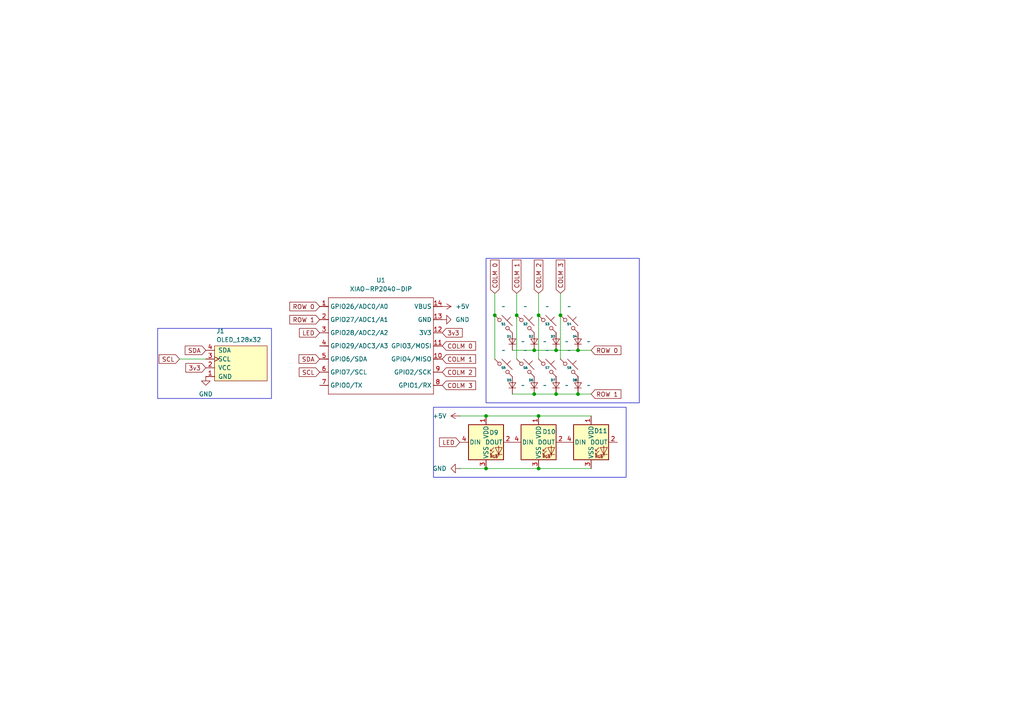
<source format=kicad_sch>
(kicad_sch
	(version 20250114)
	(generator "eeschema")
	(generator_version "9.0")
	(uuid "2016af28-8d7d-44b9-aff5-e49814ff3e52")
	(paper "A4")
	(lib_symbols
		(symbol "ScottoKeebs:LED_SK6812MINI"
			(pin_names
				(offset 0.254)
			)
			(exclude_from_sim no)
			(in_bom yes)
			(on_board yes)
			(property "Reference" "D"
				(at 2.032 5.588 0)
				(effects
					(font
						(size 1.27 1.27)
					)
					(justify right bottom)
				)
			)
			(property "Value" "LED_SK6812MINI"
				(at 1.27 -5.715 0)
				(effects
					(font
						(size 1.27 1.27)
					)
					(justify left top)
				)
			)
			(property "Footprint" "ScottoKeebs_Components:LED_SK6812MINI"
				(at 1.27 -7.62 0)
				(effects
					(font
						(size 1.27 1.27)
					)
					(justify left top)
					(hide yes)
				)
			)
			(property "Datasheet" "https://cdn-shop.adafruit.com/product-files/2686/SK6812MINI_REV.01-1-2.pdf"
				(at 1.27 -11.176 0)
				(effects
					(font
						(size 1.27 1.27)
					)
					(justify left top)
					(hide yes)
				)
			)
			(property "Description" "RGB LED with integrated controller"
				(at 18.288 -10.16 0)
				(effects
					(font
						(size 1.27 1.27)
					)
					(hide yes)
				)
			)
			(property "LCSC" "C5149201"
				(at 0 0 0)
				(effects
					(font
						(size 1.27 1.27)
					)
				)
			)
			(property "ki_keywords" "RGB LED NeoPixel Mini addressable"
				(at 0 0 0)
				(effects
					(font
						(size 1.27 1.27)
					)
					(hide yes)
				)
			)
			(property "ki_fp_filters" "LED*SK6812MINI*PLCC*3.5x3.5mm*P1.75mm*"
				(at 0 0 0)
				(effects
					(font
						(size 1.27 1.27)
					)
					(hide yes)
				)
			)
			(symbol "LED_SK6812MINI_0_0"
				(text "RGB"
					(at 2.286 -4.191 0)
					(effects
						(font
							(size 0.762 0.762)
						)
					)
				)
			)
			(symbol "LED_SK6812MINI_0_1"
				(rectangle
					(start -5.08 5.08)
					(end 5.08 -5.08)
					(stroke
						(width 0.254)
						(type default)
					)
					(fill
						(type background)
					)
				)
				(polyline
					(pts
						(xy 1.27 -2.54) (xy 1.778 -2.54)
					)
					(stroke
						(width 0)
						(type default)
					)
					(fill
						(type none)
					)
				)
				(polyline
					(pts
						(xy 1.27 -3.556) (xy 1.778 -3.556)
					)
					(stroke
						(width 0)
						(type default)
					)
					(fill
						(type none)
					)
				)
				(polyline
					(pts
						(xy 2.286 -1.524) (xy 1.27 -2.54) (xy 1.27 -2.032)
					)
					(stroke
						(width 0)
						(type default)
					)
					(fill
						(type none)
					)
				)
				(polyline
					(pts
						(xy 2.286 -2.54) (xy 1.27 -3.556) (xy 1.27 -3.048)
					)
					(stroke
						(width 0)
						(type default)
					)
					(fill
						(type none)
					)
				)
				(polyline
					(pts
						(xy 3.683 -1.016) (xy 3.683 -3.556) (xy 3.683 -4.064)
					)
					(stroke
						(width 0)
						(type default)
					)
					(fill
						(type none)
					)
				)
				(polyline
					(pts
						(xy 4.699 -1.524) (xy 2.667 -1.524) (xy 3.683 -3.556) (xy 4.699 -1.524)
					)
					(stroke
						(width 0)
						(type default)
					)
					(fill
						(type none)
					)
				)
				(polyline
					(pts
						(xy 4.699 -3.556) (xy 2.667 -3.556)
					)
					(stroke
						(width 0)
						(type default)
					)
					(fill
						(type none)
					)
				)
			)
			(symbol "LED_SK6812MINI_1_1"
				(pin input line
					(at -7.62 0 0)
					(length 2.54)
					(name "DIN"
						(effects
							(font
								(size 1.27 1.27)
							)
						)
					)
					(number "4"
						(effects
							(font
								(size 1.27 1.27)
							)
						)
					)
				)
				(pin power_in line
					(at 0 7.62 270)
					(length 2.54)
					(name "VDD"
						(effects
							(font
								(size 1.27 1.27)
							)
						)
					)
					(number "1"
						(effects
							(font
								(size 1.27 1.27)
							)
						)
					)
				)
				(pin power_in line
					(at 0 -7.62 90)
					(length 2.54)
					(name "VSS"
						(effects
							(font
								(size 1.27 1.27)
							)
						)
					)
					(number "3"
						(effects
							(font
								(size 1.27 1.27)
							)
						)
					)
				)
				(pin output line
					(at 7.62 0 180)
					(length 2.54)
					(name "DOUT"
						(effects
							(font
								(size 1.27 1.27)
							)
						)
					)
					(number "2"
						(effects
							(font
								(size 1.27 1.27)
							)
						)
					)
				)
			)
			(embedded_fonts no)
		)
		(symbol "ScottoKeebs:OLED_128x32"
			(pin_names
				(offset 1.016)
			)
			(exclude_from_sim no)
			(in_bom yes)
			(on_board yes)
			(property "Reference" "J"
				(at 0 -6.35 0)
				(effects
					(font
						(size 1.27 1.27)
					)
				)
			)
			(property "Value" "OLED_128x32"
				(at 0 6.35 0)
				(effects
					(font
						(size 1.27 1.27)
					)
				)
			)
			(property "Footprint" "ScottoKeebs_Components:OLED_128x32"
				(at 0 8.89 0)
				(effects
					(font
						(size 1.27 1.27)
					)
					(hide yes)
				)
			)
			(property "Datasheet" ""
				(at 0 1.27 0)
				(effects
					(font
						(size 1.27 1.27)
					)
					(hide yes)
				)
			)
			(property "Description" ""
				(at 0 0 0)
				(effects
					(font
						(size 1.27 1.27)
					)
					(hide yes)
				)
			)
			(symbol "OLED_128x32_0_1"
				(rectangle
					(start 0 5.08)
					(end 15.24 -5.08)
					(stroke
						(width 0)
						(type default)
					)
					(fill
						(type background)
					)
				)
			)
			(symbol "OLED_128x32_1_1"
				(pin bidirectional line
					(at -2.54 3.81 0)
					(length 2.54)
					(name "SDA"
						(effects
							(font
								(size 1.27 1.27)
							)
						)
					)
					(number "4"
						(effects
							(font
								(size 1.27 1.27)
							)
						)
					)
				)
				(pin input clock
					(at -2.54 1.27 0)
					(length 2.54)
					(name "SCL"
						(effects
							(font
								(size 1.27 1.27)
							)
						)
					)
					(number "3"
						(effects
							(font
								(size 1.27 1.27)
							)
						)
					)
				)
				(pin power_in line
					(at -2.54 -1.27 0)
					(length 2.54)
					(name "VCC"
						(effects
							(font
								(size 1.27 1.27)
							)
						)
					)
					(number "2"
						(effects
							(font
								(size 1.27 1.27)
							)
						)
					)
				)
				(pin power_in line
					(at -2.54 -3.81 0)
					(length 2.54)
					(name "GND"
						(effects
							(font
								(size 1.27 1.27)
							)
						)
					)
					(number "1"
						(effects
							(font
								(size 1.27 1.27)
							)
						)
					)
				)
			)
			(embedded_fonts no)
		)
		(symbol "ScottoKeebs:Placeholder_Diode"
			(pin_numbers
				(hide yes)
			)
			(pin_names
				(hide yes)
			)
			(exclude_from_sim no)
			(in_bom yes)
			(on_board yes)
			(property "Reference" "D"
				(at -0.15 1.066 0)
				(do_not_autoplace)
				(effects
					(font
						(size 0.635 0.635)
						(thickness 0.127)
						(bold yes)
					)
					(justify right bottom)
				)
			)
			(property "Value" ""
				(at 2.54 0 90)
				(effects
					(font
						(size 1.27 1.27)
					)
				)
			)
			(property "Footprint" ""
				(at 0 0 90)
				(effects
					(font
						(size 1.27 1.27)
					)
					(hide yes)
				)
			)
			(property "Datasheet" ""
				(at 0 0 90)
				(effects
					(font
						(size 1.27 1.27)
					)
					(hide yes)
				)
			)
			(property "Description" ""
				(at 3.81 0 90)
				(effects
					(font
						(size 1.27 1.27)
					)
					(hide yes)
				)
			)
			(property "ki_keywords" "diode"
				(at 0 0 0)
				(effects
					(font
						(size 1.27 1.27)
					)
					(hide yes)
				)
			)
			(property "ki_fp_filters" "D*DO?35*"
				(at 0 0 0)
				(effects
					(font
						(size 1.27 1.27)
					)
					(hide yes)
				)
			)
			(symbol "Placeholder_Diode_0_1"
				(polyline
					(pts
						(xy 0 -0.762) (xy 0 0.762)
					)
					(stroke
						(width 0)
						(type default)
					)
					(fill
						(type none)
					)
				)
			)
			(symbol "Placeholder_Diode_1_1"
				(polyline
					(pts
						(xy 1.016 0.762) (xy 0 -0.762) (xy -1.016 0.762) (xy 1.016 0.762)
					)
					(stroke
						(width 0.1524)
						(type default)
					)
					(fill
						(type none)
					)
				)
				(polyline
					(pts
						(xy 1.016 -0.762) (xy -1.016 -0.762)
					)
					(stroke
						(width 0.1524)
						(type default)
					)
					(fill
						(type none)
					)
				)
				(pin passive line
					(at 0 2.54 270)
					(length 1.778)
					(name "A"
						(effects
							(font
								(size 1.27 1.27)
							)
						)
					)
					(number "2"
						(effects
							(font
								(size 1.27 1.27)
							)
						)
					)
				)
				(pin passive line
					(at 0 -2.54 90)
					(length 1.778)
					(name "K"
						(effects
							(font
								(size 1.27 1.27)
							)
						)
					)
					(number "1"
						(effects
							(font
								(size 1.27 1.27)
							)
						)
					)
				)
			)
			(embedded_fonts no)
		)
		(symbol "ScottoKeebs:Placeholder_Keyswitch"
			(pin_numbers
				(hide yes)
			)
			(pin_names
				(offset 1.016)
				(hide yes)
			)
			(exclude_from_sim no)
			(in_bom yes)
			(on_board yes)
			(property "Reference" "S"
				(at 0 0 0)
				(do_not_autoplace)
				(effects
					(font
						(size 0.635 0.635)
						(thickness 0.127)
						(bold yes)
					)
				)
			)
			(property "Value" ""
				(at 0 -3.81 0)
				(effects
					(font
						(size 1.27 1.27)
					)
				)
			)
			(property "Footprint" ""
				(at 0 0 0)
				(effects
					(font
						(size 1.27 1.27)
					)
					(hide yes)
				)
			)
			(property "Datasheet" ""
				(at -2.54 -1.778 0)
				(effects
					(font
						(size 1.27 1.27)
					)
					(hide yes)
				)
			)
			(property "Description" ""
				(at 0 0 0)
				(effects
					(font
						(size 1.27 1.27)
					)
					(hide yes)
				)
			)
			(property "ki_keywords" "switch normally-open pushbutton push-button"
				(at 0 0 0)
				(effects
					(font
						(size 1.27 1.27)
					)
					(hide yes)
				)
			)
			(symbol "Placeholder_Keyswitch_0_1"
				(polyline
					(pts
						(xy -2.54 2.54) (xy -1.524 1.524) (xy -1.524 1.524)
					)
					(stroke
						(width 0)
						(type default)
					)
					(fill
						(type none)
					)
				)
				(circle
					(center -1.1684 1.1684)
					(radius 0.508)
					(stroke
						(width 0)
						(type default)
					)
					(fill
						(type none)
					)
				)
				(polyline
					(pts
						(xy -0.508 2.54) (xy 2.54 -0.508)
					)
					(stroke
						(width 0)
						(type default)
					)
					(fill
						(type none)
					)
				)
				(polyline
					(pts
						(xy 1.016 1.016) (xy 2.032 2.032)
					)
					(stroke
						(width 0)
						(type default)
					)
					(fill
						(type none)
					)
				)
				(circle
					(center 1.143 -1.1938)
					(radius 0.508)
					(stroke
						(width 0)
						(type default)
					)
					(fill
						(type none)
					)
				)
				(polyline
					(pts
						(xy 1.524 -1.524) (xy 2.54 -2.54) (xy 2.54 -2.54) (xy 2.54 -2.54)
					)
					(stroke
						(width 0)
						(type default)
					)
					(fill
						(type none)
					)
				)
				(pin passive line
					(at -2.54 2.54 0)
					(length 0)
					(name "1"
						(effects
							(font
								(size 1.27 1.27)
							)
						)
					)
					(number "1"
						(effects
							(font
								(size 1.27 1.27)
							)
						)
					)
				)
				(pin passive line
					(at 2.54 -2.54 180)
					(length 0)
					(name "2"
						(effects
							(font
								(size 1.27 1.27)
							)
						)
					)
					(number "2"
						(effects
							(font
								(size 1.27 1.27)
							)
						)
					)
				)
			)
			(embedded_fonts no)
		)
		(symbol "Seeed_Studio_XIAO_Series:XIAO-RP2040-DIP"
			(exclude_from_sim no)
			(in_bom yes)
			(on_board yes)
			(property "Reference" "U"
				(at 0 0 0)
				(effects
					(font
						(size 1.27 1.27)
					)
				)
			)
			(property "Value" "XIAO-RP2040-DIP"
				(at 5.334 -1.778 0)
				(effects
					(font
						(size 1.27 1.27)
					)
				)
			)
			(property "Footprint" "Module:MOUDLE14P-XIAO-DIP-SMD"
				(at 14.478 -32.258 0)
				(effects
					(font
						(size 1.27 1.27)
					)
					(hide yes)
				)
			)
			(property "Datasheet" ""
				(at 0 0 0)
				(effects
					(font
						(size 1.27 1.27)
					)
					(hide yes)
				)
			)
			(property "Description" ""
				(at 0 0 0)
				(effects
					(font
						(size 1.27 1.27)
					)
					(hide yes)
				)
			)
			(symbol "XIAO-RP2040-DIP_1_0"
				(polyline
					(pts
						(xy -1.27 -2.54) (xy 29.21 -2.54)
					)
					(stroke
						(width 0.1524)
						(type solid)
					)
					(fill
						(type none)
					)
				)
				(polyline
					(pts
						(xy -1.27 -5.08) (xy -2.54 -5.08)
					)
					(stroke
						(width 0.1524)
						(type solid)
					)
					(fill
						(type none)
					)
				)
				(polyline
					(pts
						(xy -1.27 -5.08) (xy -1.27 -2.54)
					)
					(stroke
						(width 0.1524)
						(type solid)
					)
					(fill
						(type none)
					)
				)
				(polyline
					(pts
						(xy -1.27 -8.89) (xy -2.54 -8.89)
					)
					(stroke
						(width 0.1524)
						(type solid)
					)
					(fill
						(type none)
					)
				)
				(polyline
					(pts
						(xy -1.27 -8.89) (xy -1.27 -5.08)
					)
					(stroke
						(width 0.1524)
						(type solid)
					)
					(fill
						(type none)
					)
				)
				(polyline
					(pts
						(xy -1.27 -12.7) (xy -2.54 -12.7)
					)
					(stroke
						(width 0.1524)
						(type solid)
					)
					(fill
						(type none)
					)
				)
				(polyline
					(pts
						(xy -1.27 -12.7) (xy -1.27 -8.89)
					)
					(stroke
						(width 0.1524)
						(type solid)
					)
					(fill
						(type none)
					)
				)
				(polyline
					(pts
						(xy -1.27 -16.51) (xy -2.54 -16.51)
					)
					(stroke
						(width 0.1524)
						(type solid)
					)
					(fill
						(type none)
					)
				)
				(polyline
					(pts
						(xy -1.27 -16.51) (xy -1.27 -12.7)
					)
					(stroke
						(width 0.1524)
						(type solid)
					)
					(fill
						(type none)
					)
				)
				(polyline
					(pts
						(xy -1.27 -20.32) (xy -2.54 -20.32)
					)
					(stroke
						(width 0.1524)
						(type solid)
					)
					(fill
						(type none)
					)
				)
				(polyline
					(pts
						(xy -1.27 -24.13) (xy -2.54 -24.13)
					)
					(stroke
						(width 0.1524)
						(type solid)
					)
					(fill
						(type none)
					)
				)
				(polyline
					(pts
						(xy -1.27 -27.94) (xy -2.54 -27.94)
					)
					(stroke
						(width 0.1524)
						(type solid)
					)
					(fill
						(type none)
					)
				)
				(polyline
					(pts
						(xy -1.27 -30.48) (xy -1.27 -16.51)
					)
					(stroke
						(width 0.1524)
						(type solid)
					)
					(fill
						(type none)
					)
				)
				(polyline
					(pts
						(xy 29.21 -2.54) (xy 29.21 -5.08)
					)
					(stroke
						(width 0.1524)
						(type solid)
					)
					(fill
						(type none)
					)
				)
				(polyline
					(pts
						(xy 29.21 -5.08) (xy 29.21 -8.89)
					)
					(stroke
						(width 0.1524)
						(type solid)
					)
					(fill
						(type none)
					)
				)
				(polyline
					(pts
						(xy 29.21 -8.89) (xy 29.21 -12.7)
					)
					(stroke
						(width 0.1524)
						(type solid)
					)
					(fill
						(type none)
					)
				)
				(polyline
					(pts
						(xy 29.21 -12.7) (xy 29.21 -30.48)
					)
					(stroke
						(width 0.1524)
						(type solid)
					)
					(fill
						(type none)
					)
				)
				(polyline
					(pts
						(xy 29.21 -30.48) (xy -1.27 -30.48)
					)
					(stroke
						(width 0.1524)
						(type solid)
					)
					(fill
						(type none)
					)
				)
				(polyline
					(pts
						(xy 30.48 -5.08) (xy 29.21 -5.08)
					)
					(stroke
						(width 0.1524)
						(type solid)
					)
					(fill
						(type none)
					)
				)
				(polyline
					(pts
						(xy 30.48 -8.89) (xy 29.21 -8.89)
					)
					(stroke
						(width 0.1524)
						(type solid)
					)
					(fill
						(type none)
					)
				)
				(polyline
					(pts
						(xy 30.48 -12.7) (xy 29.21 -12.7)
					)
					(stroke
						(width 0.1524)
						(type solid)
					)
					(fill
						(type none)
					)
				)
				(polyline
					(pts
						(xy 30.48 -16.51) (xy 29.21 -16.51)
					)
					(stroke
						(width 0.1524)
						(type solid)
					)
					(fill
						(type none)
					)
				)
				(polyline
					(pts
						(xy 30.48 -20.32) (xy 29.21 -20.32)
					)
					(stroke
						(width 0.1524)
						(type solid)
					)
					(fill
						(type none)
					)
				)
				(polyline
					(pts
						(xy 30.48 -24.13) (xy 29.21 -24.13)
					)
					(stroke
						(width 0.1524)
						(type solid)
					)
					(fill
						(type none)
					)
				)
				(polyline
					(pts
						(xy 30.48 -27.94) (xy 29.21 -27.94)
					)
					(stroke
						(width 0.1524)
						(type solid)
					)
					(fill
						(type none)
					)
				)
				(pin passive line
					(at -3.81 -5.08 0)
					(length 2.54)
					(name "GPIO26/ADC0/A0"
						(effects
							(font
								(size 1.27 1.27)
							)
						)
					)
					(number "1"
						(effects
							(font
								(size 1.27 1.27)
							)
						)
					)
				)
				(pin passive line
					(at -3.81 -8.89 0)
					(length 2.54)
					(name "GPIO27/ADC1/A1"
						(effects
							(font
								(size 1.27 1.27)
							)
						)
					)
					(number "2"
						(effects
							(font
								(size 1.27 1.27)
							)
						)
					)
				)
				(pin passive line
					(at -3.81 -12.7 0)
					(length 2.54)
					(name "GPIO28/ADC2/A2"
						(effects
							(font
								(size 1.27 1.27)
							)
						)
					)
					(number "3"
						(effects
							(font
								(size 1.27 1.27)
							)
						)
					)
				)
				(pin passive line
					(at -3.81 -16.51 0)
					(length 2.54)
					(name "GPIO29/ADC3/A3"
						(effects
							(font
								(size 1.27 1.27)
							)
						)
					)
					(number "4"
						(effects
							(font
								(size 1.27 1.27)
							)
						)
					)
				)
				(pin passive line
					(at -3.81 -20.32 0)
					(length 2.54)
					(name "GPIO6/SDA"
						(effects
							(font
								(size 1.27 1.27)
							)
						)
					)
					(number "5"
						(effects
							(font
								(size 1.27 1.27)
							)
						)
					)
				)
				(pin passive line
					(at -3.81 -24.13 0)
					(length 2.54)
					(name "GPIO7/SCL"
						(effects
							(font
								(size 1.27 1.27)
							)
						)
					)
					(number "6"
						(effects
							(font
								(size 1.27 1.27)
							)
						)
					)
				)
				(pin passive line
					(at -3.81 -27.94 0)
					(length 2.54)
					(name "GPIO0/TX"
						(effects
							(font
								(size 1.27 1.27)
							)
						)
					)
					(number "7"
						(effects
							(font
								(size 1.27 1.27)
							)
						)
					)
				)
				(pin passive line
					(at 31.75 -5.08 180)
					(length 2.54)
					(name "VBUS"
						(effects
							(font
								(size 1.27 1.27)
							)
						)
					)
					(number "14"
						(effects
							(font
								(size 1.27 1.27)
							)
						)
					)
				)
				(pin passive line
					(at 31.75 -8.89 180)
					(length 2.54)
					(name "GND"
						(effects
							(font
								(size 1.27 1.27)
							)
						)
					)
					(number "13"
						(effects
							(font
								(size 1.27 1.27)
							)
						)
					)
				)
				(pin passive line
					(at 31.75 -12.7 180)
					(length 2.54)
					(name "3V3"
						(effects
							(font
								(size 1.27 1.27)
							)
						)
					)
					(number "12"
						(effects
							(font
								(size 1.27 1.27)
							)
						)
					)
				)
				(pin passive line
					(at 31.75 -16.51 180)
					(length 2.54)
					(name "GPIO3/MOSI"
						(effects
							(font
								(size 1.27 1.27)
							)
						)
					)
					(number "11"
						(effects
							(font
								(size 1.27 1.27)
							)
						)
					)
				)
				(pin passive line
					(at 31.75 -20.32 180)
					(length 2.54)
					(name "GPIO4/MISO"
						(effects
							(font
								(size 1.27 1.27)
							)
						)
					)
					(number "10"
						(effects
							(font
								(size 1.27 1.27)
							)
						)
					)
				)
				(pin passive line
					(at 31.75 -24.13 180)
					(length 2.54)
					(name "GPIO2/SCK"
						(effects
							(font
								(size 1.27 1.27)
							)
						)
					)
					(number "9"
						(effects
							(font
								(size 1.27 1.27)
							)
						)
					)
				)
				(pin passive line
					(at 31.75 -27.94 180)
					(length 2.54)
					(name "GPIO1/RX"
						(effects
							(font
								(size 1.27 1.27)
							)
						)
					)
					(number "8"
						(effects
							(font
								(size 1.27 1.27)
							)
						)
					)
				)
			)
			(embedded_fonts no)
		)
		(symbol "power:+5V"
			(power)
			(pin_numbers
				(hide yes)
			)
			(pin_names
				(offset 0)
				(hide yes)
			)
			(exclude_from_sim no)
			(in_bom yes)
			(on_board yes)
			(property "Reference" "#PWR"
				(at 0 -3.81 0)
				(effects
					(font
						(size 1.27 1.27)
					)
					(hide yes)
				)
			)
			(property "Value" "+5V"
				(at 0 3.556 0)
				(effects
					(font
						(size 1.27 1.27)
					)
				)
			)
			(property "Footprint" ""
				(at 0 0 0)
				(effects
					(font
						(size 1.27 1.27)
					)
					(hide yes)
				)
			)
			(property "Datasheet" ""
				(at 0 0 0)
				(effects
					(font
						(size 1.27 1.27)
					)
					(hide yes)
				)
			)
			(property "Description" "Power symbol creates a global label with name \"+5V\""
				(at 0 0 0)
				(effects
					(font
						(size 1.27 1.27)
					)
					(hide yes)
				)
			)
			(property "ki_keywords" "global power"
				(at 0 0 0)
				(effects
					(font
						(size 1.27 1.27)
					)
					(hide yes)
				)
			)
			(symbol "+5V_0_1"
				(polyline
					(pts
						(xy -0.762 1.27) (xy 0 2.54)
					)
					(stroke
						(width 0)
						(type default)
					)
					(fill
						(type none)
					)
				)
				(polyline
					(pts
						(xy 0 2.54) (xy 0.762 1.27)
					)
					(stroke
						(width 0)
						(type default)
					)
					(fill
						(type none)
					)
				)
				(polyline
					(pts
						(xy 0 0) (xy 0 2.54)
					)
					(stroke
						(width 0)
						(type default)
					)
					(fill
						(type none)
					)
				)
			)
			(symbol "+5V_1_1"
				(pin power_in line
					(at 0 0 90)
					(length 0)
					(name "~"
						(effects
							(font
								(size 1.27 1.27)
							)
						)
					)
					(number "1"
						(effects
							(font
								(size 1.27 1.27)
							)
						)
					)
				)
			)
			(embedded_fonts no)
		)
		(symbol "power:GND"
			(power)
			(pin_numbers
				(hide yes)
			)
			(pin_names
				(offset 0)
				(hide yes)
			)
			(exclude_from_sim no)
			(in_bom yes)
			(on_board yes)
			(property "Reference" "#PWR"
				(at 0 -6.35 0)
				(effects
					(font
						(size 1.27 1.27)
					)
					(hide yes)
				)
			)
			(property "Value" "GND"
				(at 0 -3.81 0)
				(effects
					(font
						(size 1.27 1.27)
					)
				)
			)
			(property "Footprint" ""
				(at 0 0 0)
				(effects
					(font
						(size 1.27 1.27)
					)
					(hide yes)
				)
			)
			(property "Datasheet" ""
				(at 0 0 0)
				(effects
					(font
						(size 1.27 1.27)
					)
					(hide yes)
				)
			)
			(property "Description" "Power symbol creates a global label with name \"GND\" , ground"
				(at 0 0 0)
				(effects
					(font
						(size 1.27 1.27)
					)
					(hide yes)
				)
			)
			(property "ki_keywords" "global power"
				(at 0 0 0)
				(effects
					(font
						(size 1.27 1.27)
					)
					(hide yes)
				)
			)
			(symbol "GND_0_1"
				(polyline
					(pts
						(xy 0 0) (xy 0 -1.27) (xy 1.27 -1.27) (xy 0 -2.54) (xy -1.27 -1.27) (xy 0 -1.27)
					)
					(stroke
						(width 0)
						(type default)
					)
					(fill
						(type none)
					)
				)
			)
			(symbol "GND_1_1"
				(pin power_in line
					(at 0 0 270)
					(length 0)
					(name "~"
						(effects
							(font
								(size 1.27 1.27)
							)
						)
					)
					(number "1"
						(effects
							(font
								(size 1.27 1.27)
							)
						)
					)
				)
			)
			(embedded_fonts no)
		)
	)
	(rectangle
		(start 140.97 74.93)
		(end 185.42 116.84)
		(stroke
			(width 0)
			(type default)
		)
		(fill
			(type none)
		)
		(uuid 0e8fd573-9b82-4d7b-ac55-0322cc10379b)
	)
	(rectangle
		(start 125.73 118.11)
		(end 181.61 138.43)
		(stroke
			(width 0)
			(type default)
		)
		(fill
			(type none)
		)
		(uuid 50fa8e81-73f1-464f-bc85-dc5d912090d1)
	)
	(rectangle
		(start 45.72 95.25)
		(end 78.74 115.57)
		(stroke
			(width 0)
			(type default)
		)
		(fill
			(type none)
		)
		(uuid ef32b294-cb21-4d25-af80-63c9303d37a2)
	)
	(junction
		(at 156.21 135.89)
		(diameter 0)
		(color 0 0 0 0)
		(uuid "08420f0f-10d6-4552-9edd-ea6430cf5e0a")
	)
	(junction
		(at 167.64 101.6)
		(diameter 0)
		(color 0 0 0 0)
		(uuid "174fc7f7-f3ef-4a61-9026-27f334e3a58c")
	)
	(junction
		(at 161.29 114.3)
		(diameter 0)
		(color 0 0 0 0)
		(uuid "51525048-f9e5-4b7b-b768-663036f81319")
	)
	(junction
		(at 161.29 101.6)
		(diameter 0)
		(color 0 0 0 0)
		(uuid "5ba3537f-884f-470f-b035-e588a2cc81df")
	)
	(junction
		(at 149.86 91.44)
		(diameter 0)
		(color 0 0 0 0)
		(uuid "70513e1a-d86b-4f2b-ba4b-16c5677b3e97")
	)
	(junction
		(at 154.94 101.6)
		(diameter 0)
		(color 0 0 0 0)
		(uuid "7316c7af-e4e3-492b-8f00-35f3e9482e03")
	)
	(junction
		(at 156.21 120.65)
		(diameter 0)
		(color 0 0 0 0)
		(uuid "8a6257c7-026d-4984-b8a7-14e9616dbe04")
	)
	(junction
		(at 167.64 114.3)
		(diameter 0)
		(color 0 0 0 0)
		(uuid "abf9cb36-552c-40c9-9dd7-e879c3d8e07b")
	)
	(junction
		(at 154.94 114.3)
		(diameter 0)
		(color 0 0 0 0)
		(uuid "c2c38ec8-17b4-4171-94f8-edada991140d")
	)
	(junction
		(at 162.56 91.44)
		(diameter 0)
		(color 0 0 0 0)
		(uuid "c42fa466-cf4e-402c-88a7-599cacde4210")
	)
	(junction
		(at 140.97 120.65)
		(diameter 0)
		(color 0 0 0 0)
		(uuid "ccf0a915-a1e8-48f0-b1d2-d005c02ad5a0")
	)
	(junction
		(at 140.97 135.89)
		(diameter 0)
		(color 0 0 0 0)
		(uuid "d0c05137-6d6c-4b9f-9a1c-02aa50c0aa40")
	)
	(junction
		(at 156.21 91.44)
		(diameter 0)
		(color 0 0 0 0)
		(uuid "dcb3eb37-26d3-4f58-84b5-bdd8f0cd17e0")
	)
	(junction
		(at 143.51 91.44)
		(diameter 0)
		(color 0 0 0 0)
		(uuid "f72b6bc1-0533-446c-b984-2aeac9d865f7")
	)
	(wire
		(pts
			(xy 156.21 135.89) (xy 171.45 135.89)
		)
		(stroke
			(width 0)
			(type default)
		)
		(uuid "01882716-490d-4ffe-b768-70a0309dee59")
	)
	(wire
		(pts
			(xy 133.35 135.89) (xy 140.97 135.89)
		)
		(stroke
			(width 0)
			(type default)
		)
		(uuid "02f9d58f-6129-49c1-acd3-de798743bbfa")
	)
	(wire
		(pts
			(xy 149.86 91.44) (xy 149.86 104.14)
		)
		(stroke
			(width 0)
			(type default)
		)
		(uuid "09840440-050a-4d37-a2ab-010f5afad928")
	)
	(wire
		(pts
			(xy 148.59 114.3) (xy 154.94 114.3)
		)
		(stroke
			(width 0)
			(type default)
		)
		(uuid "1d267c7d-78be-49e5-8aa8-ddcdb6f1e884")
	)
	(wire
		(pts
			(xy 156.21 91.44) (xy 156.21 104.14)
		)
		(stroke
			(width 0)
			(type default)
		)
		(uuid "2e0a9aa8-108d-4728-88e7-a7837c4c1594")
	)
	(wire
		(pts
			(xy 167.64 101.6) (xy 171.45 101.6)
		)
		(stroke
			(width 0)
			(type default)
		)
		(uuid "382f3c91-e748-4168-9226-090d7f76a348")
	)
	(wire
		(pts
			(xy 156.21 120.65) (xy 171.45 120.65)
		)
		(stroke
			(width 0)
			(type default)
		)
		(uuid "3f4e1c62-4181-46ee-aa90-276a644fcf7b")
	)
	(wire
		(pts
			(xy 156.21 85.09) (xy 156.21 91.44)
		)
		(stroke
			(width 0)
			(type default)
		)
		(uuid "3fe1f78b-c74a-4c83-bf81-3515a4197e63")
	)
	(wire
		(pts
			(xy 161.29 101.6) (xy 167.64 101.6)
		)
		(stroke
			(width 0)
			(type default)
		)
		(uuid "62206d78-7c48-4d3c-b438-b0903c1804f3")
	)
	(wire
		(pts
			(xy 143.51 85.09) (xy 143.51 91.44)
		)
		(stroke
			(width 0)
			(type default)
		)
		(uuid "6df0d5f2-db20-4ffe-a139-0567fd684622")
	)
	(wire
		(pts
			(xy 161.29 114.3) (xy 167.64 114.3)
		)
		(stroke
			(width 0)
			(type default)
		)
		(uuid "6edb6d80-328e-4f3d-85be-14bc97233b5a")
	)
	(wire
		(pts
			(xy 52.07 104.14) (xy 59.69 104.14)
		)
		(stroke
			(width 0)
			(type default)
		)
		(uuid "6f4139ba-a5fb-46cb-a0fe-698b89e532b1")
	)
	(wire
		(pts
			(xy 154.94 101.6) (xy 161.29 101.6)
		)
		(stroke
			(width 0)
			(type default)
		)
		(uuid "7d222841-d90e-487f-b1c6-b1ab35c6d0a7")
	)
	(wire
		(pts
			(xy 148.59 101.6) (xy 154.94 101.6)
		)
		(stroke
			(width 0)
			(type default)
		)
		(uuid "80a226d3-a3e9-4517-a919-de5084f8b404")
	)
	(wire
		(pts
			(xy 133.35 120.65) (xy 140.97 120.65)
		)
		(stroke
			(width 0)
			(type default)
		)
		(uuid "80b77404-85f0-4258-b8e7-f26413877f19")
	)
	(wire
		(pts
			(xy 154.94 114.3) (xy 161.29 114.3)
		)
		(stroke
			(width 0)
			(type default)
		)
		(uuid "acf447bb-63ea-4c63-8465-269ea3223010")
	)
	(wire
		(pts
			(xy 140.97 120.65) (xy 156.21 120.65)
		)
		(stroke
			(width 0)
			(type default)
		)
		(uuid "bf812e18-4be3-4a61-8eaa-434c759299ca")
	)
	(wire
		(pts
			(xy 149.86 85.09) (xy 149.86 91.44)
		)
		(stroke
			(width 0)
			(type default)
		)
		(uuid "bff344bc-2e28-4ad9-9bdf-ee5c1de2dd61")
	)
	(wire
		(pts
			(xy 140.97 135.89) (xy 156.21 135.89)
		)
		(stroke
			(width 0)
			(type default)
		)
		(uuid "ca337ea1-a698-44df-a621-9b7a94b01c2b")
	)
	(wire
		(pts
			(xy 162.56 91.44) (xy 162.56 104.14)
		)
		(stroke
			(width 0)
			(type default)
		)
		(uuid "cb4904bc-c446-4f97-9639-222f2a38e1ab")
	)
	(wire
		(pts
			(xy 167.64 114.3) (xy 171.45 114.3)
		)
		(stroke
			(width 0)
			(type default)
		)
		(uuid "db5195b8-87c1-49e6-9eb5-587d2df1e5ec")
	)
	(wire
		(pts
			(xy 143.51 91.44) (xy 143.51 104.14)
		)
		(stroke
			(width 0)
			(type default)
		)
		(uuid "ed318116-8bf6-41b2-aad1-21539f549346")
	)
	(wire
		(pts
			(xy 162.56 85.09) (xy 162.56 91.44)
		)
		(stroke
			(width 0)
			(type default)
		)
		(uuid "f007425b-5221-4c29-bde3-d39ae0ca5fe7")
	)
	(global_label "COLM 1"
		(shape input)
		(at 128.27 104.14 0)
		(fields_autoplaced yes)
		(effects
			(font
				(size 1.27 1.27)
			)
			(justify left)
		)
		(uuid "13f4b1a1-966d-4d07-8161-9af96c9798d3")
		(property "Intersheetrefs" "${INTERSHEET_REFS}"
			(at 138.5123 104.14 0)
			(effects
				(font
					(size 1.27 1.27)
				)
				(justify left)
				(hide yes)
			)
		)
	)
	(global_label "COLM 2"
		(shape input)
		(at 128.27 107.95 0)
		(fields_autoplaced yes)
		(effects
			(font
				(size 1.27 1.27)
			)
			(justify left)
		)
		(uuid "1df2b2db-916b-4a2b-94f3-8f3bcaf7117c")
		(property "Intersheetrefs" "${INTERSHEET_REFS}"
			(at 138.5123 107.95 0)
			(effects
				(font
					(size 1.27 1.27)
				)
				(justify left)
				(hide yes)
			)
		)
	)
	(global_label "ROW 0"
		(shape input)
		(at 171.45 101.6 0)
		(fields_autoplaced yes)
		(effects
			(font
				(size 1.27 1.27)
			)
			(justify left)
		)
		(uuid "252cea6b-2ae8-4f8f-8d9c-07bd0f2c8e39")
		(property "Intersheetrefs" "${INTERSHEET_REFS}"
			(at 180.6642 101.6 0)
			(effects
				(font
					(size 1.27 1.27)
				)
				(justify left)
				(hide yes)
			)
		)
	)
	(global_label "LED"
		(shape input)
		(at 133.35 128.27 180)
		(fields_autoplaced yes)
		(effects
			(font
				(size 1.27 1.27)
			)
			(justify right)
		)
		(uuid "36b7e5dd-bf31-4bd4-8652-f6de646447e5")
		(property "Intersheetrefs" "${INTERSHEET_REFS}"
			(at 126.9177 128.27 0)
			(effects
				(font
					(size 1.27 1.27)
				)
				(justify right)
				(hide yes)
			)
		)
	)
	(global_label "COLM 3"
		(shape input)
		(at 162.56 85.09 90)
		(fields_autoplaced yes)
		(effects
			(font
				(size 1.27 1.27)
			)
			(justify left)
		)
		(uuid "3a5e9030-787e-40c3-8831-d1e9f2e504d8")
		(property "Intersheetrefs" "${INTERSHEET_REFS}"
			(at 162.56 74.8477 90)
			(effects
				(font
					(size 1.27 1.27)
				)
				(justify left)
				(hide yes)
			)
		)
	)
	(global_label "COLM 1"
		(shape input)
		(at 149.86 85.09 90)
		(fields_autoplaced yes)
		(effects
			(font
				(size 1.27 1.27)
			)
			(justify left)
		)
		(uuid "3e97b2aa-039d-45ac-a0cd-edf51a59d3f7")
		(property "Intersheetrefs" "${INTERSHEET_REFS}"
			(at 149.86 74.8477 90)
			(effects
				(font
					(size 1.27 1.27)
				)
				(justify left)
				(hide yes)
			)
		)
	)
	(global_label "ROW 1"
		(shape input)
		(at 92.71 92.71 180)
		(fields_autoplaced yes)
		(effects
			(font
				(size 1.27 1.27)
			)
			(justify right)
		)
		(uuid "485a6b13-1755-4cb2-985b-7a0169b61c09")
		(property "Intersheetrefs" "${INTERSHEET_REFS}"
			(at 83.4958 92.71 0)
			(effects
				(font
					(size 1.27 1.27)
				)
				(justify right)
				(hide yes)
			)
		)
	)
	(global_label "ROW 0"
		(shape input)
		(at 92.71 88.9 180)
		(fields_autoplaced yes)
		(effects
			(font
				(size 1.27 1.27)
			)
			(justify right)
		)
		(uuid "4c32b66e-9f2f-4a3e-87af-fd10c12198db")
		(property "Intersheetrefs" "${INTERSHEET_REFS}"
			(at 83.4958 88.9 0)
			(effects
				(font
					(size 1.27 1.27)
				)
				(justify right)
				(hide yes)
			)
		)
	)
	(global_label "ROW 1"
		(shape input)
		(at 171.45 114.3 0)
		(fields_autoplaced yes)
		(effects
			(font
				(size 1.27 1.27)
			)
			(justify left)
		)
		(uuid "4d8b577c-8859-4ba6-9959-c4c71ab1d0f9")
		(property "Intersheetrefs" "${INTERSHEET_REFS}"
			(at 180.6642 114.3 0)
			(effects
				(font
					(size 1.27 1.27)
				)
				(justify left)
				(hide yes)
			)
		)
	)
	(global_label "SDA"
		(shape input)
		(at 92.71 104.14 180)
		(fields_autoplaced yes)
		(effects
			(font
				(size 1.27 1.27)
			)
			(justify right)
		)
		(uuid "6770957a-3352-4661-bf01-5fb82ed61002")
		(property "Intersheetrefs" "${INTERSHEET_REFS}"
			(at 86.1567 104.14 0)
			(effects
				(font
					(size 1.27 1.27)
				)
				(justify right)
				(hide yes)
			)
		)
	)
	(global_label "COLM 2"
		(shape input)
		(at 156.21 85.09 90)
		(fields_autoplaced yes)
		(effects
			(font
				(size 1.27 1.27)
			)
			(justify left)
		)
		(uuid "6ab0337e-0417-4f71-973a-d4635ba3a065")
		(property "Intersheetrefs" "${INTERSHEET_REFS}"
			(at 156.21 74.8477 90)
			(effects
				(font
					(size 1.27 1.27)
				)
				(justify left)
				(hide yes)
			)
		)
	)
	(global_label "COLM 0"
		(shape input)
		(at 128.27 100.33 0)
		(fields_autoplaced yes)
		(effects
			(font
				(size 1.27 1.27)
			)
			(justify left)
		)
		(uuid "7da1f1f1-d45f-4051-b384-11cacfe0c36b")
		(property "Intersheetrefs" "${INTERSHEET_REFS}"
			(at 138.5123 100.33 0)
			(effects
				(font
					(size 1.27 1.27)
				)
				(justify left)
				(hide yes)
			)
		)
	)
	(global_label "COLM 3"
		(shape input)
		(at 128.27 111.76 0)
		(fields_autoplaced yes)
		(effects
			(font
				(size 1.27 1.27)
			)
			(justify left)
		)
		(uuid "8913ef6f-a32b-4013-a46c-c9be7b344e9e")
		(property "Intersheetrefs" "${INTERSHEET_REFS}"
			(at 138.5123 111.76 0)
			(effects
				(font
					(size 1.27 1.27)
				)
				(justify left)
				(hide yes)
			)
		)
	)
	(global_label "SCL"
		(shape input)
		(at 92.71 107.95 180)
		(fields_autoplaced yes)
		(effects
			(font
				(size 1.27 1.27)
			)
			(justify right)
		)
		(uuid "930b9717-f30e-4d91-8ef8-792739f8ecc3")
		(property "Intersheetrefs" "${INTERSHEET_REFS}"
			(at 86.2172 107.95 0)
			(effects
				(font
					(size 1.27 1.27)
				)
				(justify right)
				(hide yes)
			)
		)
	)
	(global_label "SCL"
		(shape input)
		(at 52.07 104.14 180)
		(fields_autoplaced yes)
		(effects
			(font
				(size 1.27 1.27)
			)
			(justify right)
		)
		(uuid "a300cdfe-283e-418f-ae45-52cc1b812491")
		(property "Intersheetrefs" "${INTERSHEET_REFS}"
			(at 45.5772 104.14 0)
			(effects
				(font
					(size 1.27 1.27)
				)
				(justify right)
				(hide yes)
			)
		)
	)
	(global_label "COLM 0"
		(shape input)
		(at 143.51 85.09 90)
		(fields_autoplaced yes)
		(effects
			(font
				(size 1.27 1.27)
			)
			(justify left)
		)
		(uuid "a6a3eecf-ccd9-4a95-b3a6-c37e54fb6457")
		(property "Intersheetrefs" "${INTERSHEET_REFS}"
			(at 143.51 74.8477 90)
			(effects
				(font
					(size 1.27 1.27)
				)
				(justify left)
				(hide yes)
			)
		)
	)
	(global_label "3v3"
		(shape input)
		(at 128.27 96.52 0)
		(fields_autoplaced yes)
		(effects
			(font
				(size 1.27 1.27)
			)
			(justify left)
		)
		(uuid "ab209247-b79b-4579-96e3-012372eb84d0")
		(property "Intersheetrefs" "${INTERSHEET_REFS}"
			(at 134.6418 96.52 0)
			(effects
				(font
					(size 1.27 1.27)
				)
				(justify left)
				(hide yes)
			)
		)
	)
	(global_label "LED"
		(shape input)
		(at 92.71 96.52 180)
		(fields_autoplaced yes)
		(effects
			(font
				(size 1.27 1.27)
			)
			(justify right)
		)
		(uuid "b575c719-bac4-4084-806f-590b46cdd67c")
		(property "Intersheetrefs" "${INTERSHEET_REFS}"
			(at 86.2777 96.52 0)
			(effects
				(font
					(size 1.27 1.27)
				)
				(justify right)
				(hide yes)
			)
		)
	)
	(global_label "SDA"
		(shape input)
		(at 59.69 101.6 180)
		(fields_autoplaced yes)
		(effects
			(font
				(size 1.27 1.27)
			)
			(justify right)
		)
		(uuid "d6c09ac9-4485-4d40-832a-572631c16ae0")
		(property "Intersheetrefs" "${INTERSHEET_REFS}"
			(at 53.1367 101.6 0)
			(effects
				(font
					(size 1.27 1.27)
				)
				(justify right)
				(hide yes)
			)
		)
	)
	(global_label "3v3"
		(shape input)
		(at 59.69 106.68 180)
		(fields_autoplaced yes)
		(effects
			(font
				(size 1.27 1.27)
			)
			(justify right)
		)
		(uuid "eb30d55f-2a51-4910-a637-6d283b6bee65")
		(property "Intersheetrefs" "${INTERSHEET_REFS}"
			(at 53.3182 106.68 0)
			(effects
				(font
					(size 1.27 1.27)
				)
				(justify right)
				(hide yes)
			)
		)
	)
	(symbol
		(lib_id "ScottoKeebs:LED_SK6812MINI")
		(at 171.45 128.27 0)
		(unit 1)
		(exclude_from_sim no)
		(in_bom yes)
		(on_board yes)
		(dnp no)
		(uuid "013c68ea-06db-428d-88c2-a2a32ddb921e")
		(property "Reference" "D11"
			(at 174.244 124.968 0)
			(effects
				(font
					(size 1.27 1.27)
				)
			)
		)
		(property "Value" "LED_SK6812MINI"
			(at 185.42 121.8498 0)
			(effects
				(font
					(size 1.27 1.27)
				)
				(hide yes)
			)
		)
		(property "Footprint" "ScottoKeebs_Components:LED_SK6812MINI"
			(at 172.72 135.89 0)
			(effects
				(font
					(size 1.27 1.27)
				)
				(justify left top)
				(hide yes)
			)
		)
		(property "Datasheet" "https://cdn-shop.adafruit.com/product-files/2686/SK6812MINI_REV.01-1-2.pdf"
			(at 172.72 139.446 0)
			(effects
				(font
					(size 1.27 1.27)
				)
				(justify left top)
				(hide yes)
			)
		)
		(property "Description" "RGB LED with integrated controller"
			(at 189.738 138.43 0)
			(effects
				(font
					(size 1.27 1.27)
				)
				(hide yes)
			)
		)
		(property "LCSC" "C5149201"
			(at 185.42 124.3898 0)
			(effects
				(font
					(size 1.27 1.27)
				)
				(hide yes)
			)
		)
		(pin "2"
			(uuid "41f7d87c-c945-4e16-be3b-ad0feaa1739c")
		)
		(pin "1"
			(uuid "b176169a-8ddb-4584-8f14-abc72f5d9c54")
		)
		(pin "3"
			(uuid "8f380c2b-b41a-498d-9224-ddd9cc723a7f")
		)
		(pin "4"
			(uuid "1780a9e2-3dc9-45c1-a501-a5eaa7f027bd")
		)
		(instances
			(project ""
				(path "/2016af28-8d7d-44b9-aff5-e49814ff3e52"
					(reference "D11")
					(unit 1)
				)
			)
		)
	)
	(symbol
		(lib_id "power:+5V")
		(at 133.35 120.65 90)
		(unit 1)
		(exclude_from_sim no)
		(in_bom yes)
		(on_board yes)
		(dnp no)
		(fields_autoplaced yes)
		(uuid "0643412a-0763-4929-bdc0-3d947a43fc66")
		(property "Reference" "#PWR04"
			(at 137.16 120.65 0)
			(effects
				(font
					(size 1.27 1.27)
				)
				(hide yes)
			)
		)
		(property "Value" "+5V"
			(at 129.54 120.6499 90)
			(effects
				(font
					(size 1.27 1.27)
				)
				(justify left)
			)
		)
		(property "Footprint" ""
			(at 133.35 120.65 0)
			(effects
				(font
					(size 1.27 1.27)
				)
				(hide yes)
			)
		)
		(property "Datasheet" ""
			(at 133.35 120.65 0)
			(effects
				(font
					(size 1.27 1.27)
				)
				(hide yes)
			)
		)
		(property "Description" "Power symbol creates a global label with name \"+5V\""
			(at 133.35 120.65 0)
			(effects
				(font
					(size 1.27 1.27)
				)
				(hide yes)
			)
		)
		(pin "1"
			(uuid "f33bfcb4-5914-48ad-922b-87f1cdb03887")
		)
		(instances
			(project ""
				(path "/2016af28-8d7d-44b9-aff5-e49814ff3e52"
					(reference "#PWR04")
					(unit 1)
				)
			)
		)
	)
	(symbol
		(lib_id "power:GND")
		(at 133.35 135.89 270)
		(unit 1)
		(exclude_from_sim no)
		(in_bom yes)
		(on_board yes)
		(dnp no)
		(fields_autoplaced yes)
		(uuid "06a7592b-b21c-4992-8dd0-d8578130da34")
		(property "Reference" "#PWR05"
			(at 127 135.89 0)
			(effects
				(font
					(size 1.27 1.27)
				)
				(hide yes)
			)
		)
		(property "Value" "GND"
			(at 129.54 135.8899 90)
			(effects
				(font
					(size 1.27 1.27)
				)
				(justify right)
			)
		)
		(property "Footprint" ""
			(at 133.35 135.89 0)
			(effects
				(font
					(size 1.27 1.27)
				)
				(hide yes)
			)
		)
		(property "Datasheet" ""
			(at 133.35 135.89 0)
			(effects
				(font
					(size 1.27 1.27)
				)
				(hide yes)
			)
		)
		(property "Description" "Power symbol creates a global label with name \"GND\" , ground"
			(at 133.35 135.89 0)
			(effects
				(font
					(size 1.27 1.27)
				)
				(hide yes)
			)
		)
		(pin "1"
			(uuid "c72d250b-13d1-4b09-adf4-bea92cf0346b")
		)
		(instances
			(project ""
				(path "/2016af28-8d7d-44b9-aff5-e49814ff3e52"
					(reference "#PWR05")
					(unit 1)
				)
			)
		)
	)
	(symbol
		(lib_id "ScottoKeebs:Placeholder_Diode")
		(at 167.64 111.76 0)
		(unit 1)
		(exclude_from_sim no)
		(in_bom yes)
		(on_board yes)
		(dnp no)
		(fields_autoplaced yes)
		(uuid "1df7367a-8655-4fa6-8b99-74f4370353b3")
		(property "Reference" "D8"
			(at 167.49 110.694 0)
			(do_not_autoplace yes)
			(effects
				(font
					(size 0.635 0.635)
					(thickness 0.127)
					(bold yes)
				)
				(justify right bottom)
			)
		)
		(property "Value" "~"
			(at 170.18 111.7599 0)
			(effects
				(font
					(size 1.27 1.27)
				)
				(justify left)
			)
		)
		(property "Footprint" "ScottoKeebs_Components:Diode_DO-35"
			(at 167.64 111.76 90)
			(effects
				(font
					(size 1.27 1.27)
				)
				(hide yes)
			)
		)
		(property "Datasheet" ""
			(at 167.64 111.76 90)
			(effects
				(font
					(size 1.27 1.27)
				)
				(hide yes)
			)
		)
		(property "Description" ""
			(at 171.45 111.76 90)
			(effects
				(font
					(size 1.27 1.27)
				)
				(hide yes)
			)
		)
		(pin "1"
			(uuid "4704a5ea-c73b-42d4-ba2e-89d7b97f45c6")
		)
		(pin "2"
			(uuid "751a8aa8-c104-426c-9f3b-5e98ac688df1")
		)
		(instances
			(project "Micropaf_alpha"
				(path "/2016af28-8d7d-44b9-aff5-e49814ff3e52"
					(reference "D8")
					(unit 1)
				)
			)
		)
	)
	(symbol
		(lib_id "ScottoKeebs:Placeholder_Diode")
		(at 154.94 99.06 0)
		(unit 1)
		(exclude_from_sim no)
		(in_bom yes)
		(on_board yes)
		(dnp no)
		(fields_autoplaced yes)
		(uuid "269a0431-5a1b-446f-b5a6-7e0fae329ba7")
		(property "Reference" "D2"
			(at 154.79 97.994 0)
			(do_not_autoplace yes)
			(effects
				(font
					(size 0.635 0.635)
					(thickness 0.127)
					(bold yes)
				)
				(justify right bottom)
			)
		)
		(property "Value" "~"
			(at 157.48 99.0599 0)
			(effects
				(font
					(size 1.27 1.27)
				)
				(justify left)
			)
		)
		(property "Footprint" "ScottoKeebs_Components:Diode_DO-35"
			(at 154.94 99.06 90)
			(effects
				(font
					(size 1.27 1.27)
				)
				(hide yes)
			)
		)
		(property "Datasheet" ""
			(at 154.94 99.06 90)
			(effects
				(font
					(size 1.27 1.27)
				)
				(hide yes)
			)
		)
		(property "Description" ""
			(at 158.75 99.06 90)
			(effects
				(font
					(size 1.27 1.27)
				)
				(hide yes)
			)
		)
		(pin "1"
			(uuid "a880b791-7e49-4c4d-b8ca-186959fc92e1")
		)
		(pin "2"
			(uuid "27224363-0a45-4bff-abb4-08828ebe5697")
		)
		(instances
			(project "Micropaf_alpha"
				(path "/2016af28-8d7d-44b9-aff5-e49814ff3e52"
					(reference "D2")
					(unit 1)
				)
			)
		)
	)
	(symbol
		(lib_id "power:+5V")
		(at 128.27 88.9 270)
		(unit 1)
		(exclude_from_sim no)
		(in_bom yes)
		(on_board yes)
		(dnp no)
		(fields_autoplaced yes)
		(uuid "2dbd2594-8a6d-4b93-b6b2-0b4666416901")
		(property "Reference" "#PWR01"
			(at 124.46 88.9 0)
			(effects
				(font
					(size 1.27 1.27)
				)
				(hide yes)
			)
		)
		(property "Value" "+5V"
			(at 132.08 88.8999 90)
			(effects
				(font
					(size 1.27 1.27)
				)
				(justify left)
			)
		)
		(property "Footprint" ""
			(at 128.27 88.9 0)
			(effects
				(font
					(size 1.27 1.27)
				)
				(hide yes)
			)
		)
		(property "Datasheet" ""
			(at 128.27 88.9 0)
			(effects
				(font
					(size 1.27 1.27)
				)
				(hide yes)
			)
		)
		(property "Description" "Power symbol creates a global label with name \"+5V\""
			(at 128.27 88.9 0)
			(effects
				(font
					(size 1.27 1.27)
				)
				(hide yes)
			)
		)
		(pin "1"
			(uuid "ac058092-9535-4363-a14a-90a4163d7911")
		)
		(instances
			(project ""
				(path "/2016af28-8d7d-44b9-aff5-e49814ff3e52"
					(reference "#PWR01")
					(unit 1)
				)
			)
		)
	)
	(symbol
		(lib_id "ScottoKeebs:Placeholder_Keyswitch")
		(at 158.75 106.68 0)
		(unit 1)
		(exclude_from_sim no)
		(in_bom yes)
		(on_board yes)
		(dnp no)
		(fields_autoplaced yes)
		(uuid "3fd1868f-969f-4b04-97af-9649d22f9fc4")
		(property "Reference" "S7"
			(at 158.75 106.68 0)
			(do_not_autoplace yes)
			(effects
				(font
					(size 0.635 0.635)
					(thickness 0.127)
					(bold yes)
				)
			)
		)
		(property "Value" "~"
			(at 158.75 101.6 0)
			(effects
				(font
					(size 1.27 1.27)
				)
			)
		)
		(property "Footprint" "ScottoKeebs_MX:MX_PCB_1.00u"
			(at 158.75 106.68 0)
			(effects
				(font
					(size 1.27 1.27)
				)
				(hide yes)
			)
		)
		(property "Datasheet" ""
			(at 156.21 108.458 0)
			(effects
				(font
					(size 1.27 1.27)
				)
				(hide yes)
			)
		)
		(property "Description" ""
			(at 158.75 106.68 0)
			(effects
				(font
					(size 1.27 1.27)
				)
				(hide yes)
			)
		)
		(pin "1"
			(uuid "33310eb1-f630-4288-b0f7-f3ecd4d7e0a2")
		)
		(pin "2"
			(uuid "b40dff4b-5f14-410b-b805-577dd9d8f631")
		)
		(instances
			(project "Micropaf_alpha"
				(path "/2016af28-8d7d-44b9-aff5-e49814ff3e52"
					(reference "S7")
					(unit 1)
				)
			)
		)
	)
	(symbol
		(lib_id "power:GND")
		(at 128.27 92.71 90)
		(unit 1)
		(exclude_from_sim no)
		(in_bom yes)
		(on_board yes)
		(dnp no)
		(fields_autoplaced yes)
		(uuid "58d7fd8a-bc21-4660-aa4c-58a16ad14286")
		(property "Reference" "#PWR02"
			(at 134.62 92.71 0)
			(effects
				(font
					(size 1.27 1.27)
				)
				(hide yes)
			)
		)
		(property "Value" "GND"
			(at 132.08 92.7099 90)
			(effects
				(font
					(size 1.27 1.27)
				)
				(justify right)
			)
		)
		(property "Footprint" ""
			(at 128.27 92.71 0)
			(effects
				(font
					(size 1.27 1.27)
				)
				(hide yes)
			)
		)
		(property "Datasheet" ""
			(at 128.27 92.71 0)
			(effects
				(font
					(size 1.27 1.27)
				)
				(hide yes)
			)
		)
		(property "Description" "Power symbol creates a global label with name \"GND\" , ground"
			(at 128.27 92.71 0)
			(effects
				(font
					(size 1.27 1.27)
				)
				(hide yes)
			)
		)
		(pin "1"
			(uuid "2698721d-62d3-4fee-8934-4d998f397513")
		)
		(instances
			(project ""
				(path "/2016af28-8d7d-44b9-aff5-e49814ff3e52"
					(reference "#PWR02")
					(unit 1)
				)
			)
		)
	)
	(symbol
		(lib_id "ScottoKeebs:LED_SK6812MINI")
		(at 140.97 128.27 0)
		(unit 1)
		(exclude_from_sim no)
		(in_bom yes)
		(on_board yes)
		(dnp no)
		(uuid "616bc8c8-298c-4c34-a2a1-e34a55344c71")
		(property "Reference" "D9"
			(at 143.256 125.476 0)
			(effects
				(font
					(size 1.27 1.27)
				)
			)
		)
		(property "Value" "LED_SK6812MINI"
			(at 154.94 121.8498 0)
			(effects
				(font
					(size 1.27 1.27)
				)
				(hide yes)
			)
		)
		(property "Footprint" "ScottoKeebs_Components:LED_SK6812MINI"
			(at 142.24 135.89 0)
			(effects
				(font
					(size 1.27 1.27)
				)
				(justify left top)
				(hide yes)
			)
		)
		(property "Datasheet" "https://cdn-shop.adafruit.com/product-files/2686/SK6812MINI_REV.01-1-2.pdf"
			(at 142.24 139.446 0)
			(effects
				(font
					(size 1.27 1.27)
				)
				(justify left top)
				(hide yes)
			)
		)
		(property "Description" "RGB LED with integrated controller"
			(at 159.258 138.43 0)
			(effects
				(font
					(size 1.27 1.27)
				)
				(hide yes)
			)
		)
		(property "LCSC" "C5149201"
			(at 154.94 124.3898 0)
			(effects
				(font
					(size 1.27 1.27)
				)
				(hide yes)
			)
		)
		(pin "2"
			(uuid "41f7d87c-c945-4e16-be3b-ad0feaa1739d")
		)
		(pin "1"
			(uuid "b176169a-8ddb-4584-8f14-abc72f5d9c55")
		)
		(pin "3"
			(uuid "8f380c2b-b41a-498d-9224-ddd9cc723a80")
		)
		(pin "4"
			(uuid "1780a9e2-3dc9-45c1-a501-a5eaa7f027be")
		)
		(instances
			(project ""
				(path "/2016af28-8d7d-44b9-aff5-e49814ff3e52"
					(reference "D9")
					(unit 1)
				)
			)
		)
	)
	(symbol
		(lib_id "ScottoKeebs:Placeholder_Diode")
		(at 154.94 111.76 0)
		(unit 1)
		(exclude_from_sim no)
		(in_bom yes)
		(on_board yes)
		(dnp no)
		(fields_autoplaced yes)
		(uuid "64315071-b25f-4fd1-9353-0dee46f65b31")
		(property "Reference" "D6"
			(at 154.79 110.694 0)
			(do_not_autoplace yes)
			(effects
				(font
					(size 0.635 0.635)
					(thickness 0.127)
					(bold yes)
				)
				(justify right bottom)
			)
		)
		(property "Value" "~"
			(at 157.48 111.7599 0)
			(effects
				(font
					(size 1.27 1.27)
				)
				(justify left)
			)
		)
		(property "Footprint" "ScottoKeebs_Components:Diode_DO-35"
			(at 154.94 111.76 90)
			(effects
				(font
					(size 1.27 1.27)
				)
				(hide yes)
			)
		)
		(property "Datasheet" ""
			(at 154.94 111.76 90)
			(effects
				(font
					(size 1.27 1.27)
				)
				(hide yes)
			)
		)
		(property "Description" ""
			(at 158.75 111.76 90)
			(effects
				(font
					(size 1.27 1.27)
				)
				(hide yes)
			)
		)
		(pin "1"
			(uuid "f979aaee-9509-436d-8ef8-bc8c71479800")
		)
		(pin "2"
			(uuid "fbb62079-3a3f-4c55-8ef9-73a1fbb12ffe")
		)
		(instances
			(project "Micropaf_alpha"
				(path "/2016af28-8d7d-44b9-aff5-e49814ff3e52"
					(reference "D6")
					(unit 1)
				)
			)
		)
	)
	(symbol
		(lib_id "ScottoKeebs:LED_SK6812MINI")
		(at 156.21 128.27 0)
		(unit 1)
		(exclude_from_sim no)
		(in_bom yes)
		(on_board yes)
		(dnp no)
		(uuid "77d6659b-bc8f-48c3-bd0e-9635c34edb0b")
		(property "Reference" "D10"
			(at 159.258 125.222 0)
			(effects
				(font
					(size 1.27 1.27)
				)
			)
		)
		(property "Value" "LED_SK6812MINI"
			(at 170.18 121.8498 0)
			(effects
				(font
					(size 1.27 1.27)
				)
				(hide yes)
			)
		)
		(property "Footprint" "ScottoKeebs_Components:LED_SK6812MINI"
			(at 157.48 135.89 0)
			(effects
				(font
					(size 1.27 1.27)
				)
				(justify left top)
				(hide yes)
			)
		)
		(property "Datasheet" "https://cdn-shop.adafruit.com/product-files/2686/SK6812MINI_REV.01-1-2.pdf"
			(at 157.48 139.446 0)
			(effects
				(font
					(size 1.27 1.27)
				)
				(justify left top)
				(hide yes)
			)
		)
		(property "Description" "RGB LED with integrated controller"
			(at 174.498 138.43 0)
			(effects
				(font
					(size 1.27 1.27)
				)
				(hide yes)
			)
		)
		(property "LCSC" "C5149201"
			(at 170.18 124.3898 0)
			(effects
				(font
					(size 1.27 1.27)
				)
				(hide yes)
			)
		)
		(pin "2"
			(uuid "41f7d87c-c945-4e16-be3b-ad0feaa1739e")
		)
		(pin "1"
			(uuid "b176169a-8ddb-4584-8f14-abc72f5d9c56")
		)
		(pin "3"
			(uuid "8f380c2b-b41a-498d-9224-ddd9cc723a81")
		)
		(pin "4"
			(uuid "1780a9e2-3dc9-45c1-a501-a5eaa7f027bf")
		)
		(instances
			(project ""
				(path "/2016af28-8d7d-44b9-aff5-e49814ff3e52"
					(reference "D10")
					(unit 1)
				)
			)
		)
	)
	(symbol
		(lib_id "ScottoKeebs:Placeholder_Diode")
		(at 148.59 99.06 0)
		(unit 1)
		(exclude_from_sim no)
		(in_bom yes)
		(on_board yes)
		(dnp no)
		(fields_autoplaced yes)
		(uuid "7e84821a-4e4a-42a7-afc3-5a53fda84073")
		(property "Reference" "D1"
			(at 148.44 97.994 0)
			(do_not_autoplace yes)
			(effects
				(font
					(size 0.635 0.635)
					(thickness 0.127)
					(bold yes)
				)
				(justify right bottom)
			)
		)
		(property "Value" "~"
			(at 151.13 99.0599 0)
			(effects
				(font
					(size 1.27 1.27)
				)
				(justify left)
			)
		)
		(property "Footprint" "ScottoKeebs_Components:Diode_DO-35"
			(at 148.59 99.06 90)
			(effects
				(font
					(size 1.27 1.27)
				)
				(hide yes)
			)
		)
		(property "Datasheet" ""
			(at 148.59 99.06 90)
			(effects
				(font
					(size 1.27 1.27)
				)
				(hide yes)
			)
		)
		(property "Description" ""
			(at 152.4 99.06 90)
			(effects
				(font
					(size 1.27 1.27)
				)
				(hide yes)
			)
		)
		(pin "1"
			(uuid "fb421c14-0403-4693-b66a-5c64d31b259e")
		)
		(pin "2"
			(uuid "eb24c71f-b570-475e-bf69-5666f84c52cf")
		)
		(instances
			(project ""
				(path "/2016af28-8d7d-44b9-aff5-e49814ff3e52"
					(reference "D1")
					(unit 1)
				)
			)
		)
	)
	(symbol
		(lib_id "ScottoKeebs:Placeholder_Keyswitch")
		(at 165.1 93.98 0)
		(unit 1)
		(exclude_from_sim no)
		(in_bom yes)
		(on_board yes)
		(dnp no)
		(fields_autoplaced yes)
		(uuid "81b11e65-b39c-4fe9-93fd-2ae981501bc5")
		(property "Reference" "S4"
			(at 165.1 93.98 0)
			(do_not_autoplace yes)
			(effects
				(font
					(size 0.635 0.635)
					(thickness 0.127)
					(bold yes)
				)
			)
		)
		(property "Value" "~"
			(at 165.1 88.9 0)
			(effects
				(font
					(size 1.27 1.27)
				)
			)
		)
		(property "Footprint" "ScottoKeebs_MX:MX_PCB_1.00u"
			(at 165.1 93.98 0)
			(effects
				(font
					(size 1.27 1.27)
				)
				(hide yes)
			)
		)
		(property "Datasheet" ""
			(at 162.56 95.758 0)
			(effects
				(font
					(size 1.27 1.27)
				)
				(hide yes)
			)
		)
		(property "Description" ""
			(at 165.1 93.98 0)
			(effects
				(font
					(size 1.27 1.27)
				)
				(hide yes)
			)
		)
		(pin "1"
			(uuid "beee85bc-d90e-4eff-b742-d59a17cf4528")
		)
		(pin "2"
			(uuid "c9712375-e6ab-441b-8bbe-9f319be04d55")
		)
		(instances
			(project "Micropaf_alpha"
				(path "/2016af28-8d7d-44b9-aff5-e49814ff3e52"
					(reference "S4")
					(unit 1)
				)
			)
		)
	)
	(symbol
		(lib_id "ScottoKeebs:Placeholder_Diode")
		(at 161.29 99.06 0)
		(unit 1)
		(exclude_from_sim no)
		(in_bom yes)
		(on_board yes)
		(dnp no)
		(fields_autoplaced yes)
		(uuid "a3a46114-bc01-4d4d-b6c6-d802aaeb6a77")
		(property "Reference" "D3"
			(at 161.14 97.994 0)
			(do_not_autoplace yes)
			(effects
				(font
					(size 0.635 0.635)
					(thickness 0.127)
					(bold yes)
				)
				(justify right bottom)
			)
		)
		(property "Value" "~"
			(at 163.83 99.0599 0)
			(effects
				(font
					(size 1.27 1.27)
				)
				(justify left)
			)
		)
		(property "Footprint" "ScottoKeebs_Components:Diode_DO-35"
			(at 161.29 99.06 90)
			(effects
				(font
					(size 1.27 1.27)
				)
				(hide yes)
			)
		)
		(property "Datasheet" ""
			(at 161.29 99.06 90)
			(effects
				(font
					(size 1.27 1.27)
				)
				(hide yes)
			)
		)
		(property "Description" ""
			(at 165.1 99.06 90)
			(effects
				(font
					(size 1.27 1.27)
				)
				(hide yes)
			)
		)
		(pin "1"
			(uuid "eb8f3a01-08b5-41ce-817d-8f535abb6201")
		)
		(pin "2"
			(uuid "609ed258-c381-44bd-b66f-651366194104")
		)
		(instances
			(project "Micropaf_alpha"
				(path "/2016af28-8d7d-44b9-aff5-e49814ff3e52"
					(reference "D3")
					(unit 1)
				)
			)
		)
	)
	(symbol
		(lib_id "Seeed_Studio_XIAO_Series:XIAO-RP2040-DIP")
		(at 96.52 83.82 0)
		(unit 1)
		(exclude_from_sim no)
		(in_bom yes)
		(on_board yes)
		(dnp no)
		(fields_autoplaced yes)
		(uuid "ac6f34a2-d0ce-4b69-bbdb-6a36af45acac")
		(property "Reference" "U1"
			(at 110.49 81.28 0)
			(effects
				(font
					(size 1.27 1.27)
				)
			)
		)
		(property "Value" "XIAO-RP2040-DIP"
			(at 110.49 83.82 0)
			(effects
				(font
					(size 1.27 1.27)
				)
			)
		)
		(property "Footprint" "ScottoKeebs_MCU:Seeed_XIAO_RP2040"
			(at 110.998 116.078 0)
			(effects
				(font
					(size 1.27 1.27)
				)
				(hide yes)
			)
		)
		(property "Datasheet" ""
			(at 96.52 83.82 0)
			(effects
				(font
					(size 1.27 1.27)
				)
				(hide yes)
			)
		)
		(property "Description" ""
			(at 96.52 83.82 0)
			(effects
				(font
					(size 1.27 1.27)
				)
				(hide yes)
			)
		)
		(pin "1"
			(uuid "49b2d2f0-8161-415b-a855-820227c3562b")
		)
		(pin "2"
			(uuid "8029258f-1c93-4b0e-aa88-ce02efc24e3a")
		)
		(pin "3"
			(uuid "b9976b11-c980-4daa-81c5-5170f41fd161")
		)
		(pin "6"
			(uuid "4fa5eb9a-406f-47ad-944b-46bfd3da9d74")
		)
		(pin "7"
			(uuid "0908773b-fe95-4d0a-a994-30261d601bb4")
		)
		(pin "4"
			(uuid "f2bb6f7c-2633-4f1f-bf75-a88416f7ee83")
		)
		(pin "5"
			(uuid "c2b2b57d-10cb-4a86-80e0-382bb06095ed")
		)
		(pin "11"
			(uuid "a91a528a-0e5c-494e-b664-217fdbbac765")
		)
		(pin "14"
			(uuid "a7eadf85-b22b-417b-9bc4-5cabfcac1dd8")
		)
		(pin "9"
			(uuid "38753e78-e86f-4911-adc0-5e3cbfa988f9")
		)
		(pin "8"
			(uuid "47f1834c-decb-4044-9938-b6b0bace8e45")
		)
		(pin "12"
			(uuid "2e1d261b-9975-47fb-bdba-9c8ebe1096ce")
		)
		(pin "13"
			(uuid "d2008a49-4c88-4f12-81d8-e3986f0e649c")
		)
		(pin "10"
			(uuid "21671cb4-37b8-469c-9aab-2fbfd20740fa")
		)
		(instances
			(project ""
				(path "/2016af28-8d7d-44b9-aff5-e49814ff3e52"
					(reference "U1")
					(unit 1)
				)
			)
		)
	)
	(symbol
		(lib_id "ScottoKeebs:Placeholder_Diode")
		(at 161.29 111.76 0)
		(unit 1)
		(exclude_from_sim no)
		(in_bom yes)
		(on_board yes)
		(dnp no)
		(fields_autoplaced yes)
		(uuid "b608285c-88a4-4e54-bdd7-68a92208fd95")
		(property "Reference" "D7"
			(at 161.14 110.694 0)
			(do_not_autoplace yes)
			(effects
				(font
					(size 0.635 0.635)
					(thickness 0.127)
					(bold yes)
				)
				(justify right bottom)
			)
		)
		(property "Value" "~"
			(at 163.83 111.7599 0)
			(effects
				(font
					(size 1.27 1.27)
				)
				(justify left)
			)
		)
		(property "Footprint" "ScottoKeebs_Components:Diode_DO-35"
			(at 161.29 111.76 90)
			(effects
				(font
					(size 1.27 1.27)
				)
				(hide yes)
			)
		)
		(property "Datasheet" ""
			(at 161.29 111.76 90)
			(effects
				(font
					(size 1.27 1.27)
				)
				(hide yes)
			)
		)
		(property "Description" ""
			(at 165.1 111.76 90)
			(effects
				(font
					(size 1.27 1.27)
				)
				(hide yes)
			)
		)
		(pin "1"
			(uuid "38ec5764-ed67-4573-b1e2-fa7f95ea207b")
		)
		(pin "2"
			(uuid "54b5ccdc-1ba6-4c20-8bab-8e090855b025")
		)
		(instances
			(project "Micropaf_alpha"
				(path "/2016af28-8d7d-44b9-aff5-e49814ff3e52"
					(reference "D7")
					(unit 1)
				)
			)
		)
	)
	(symbol
		(lib_id "power:GND")
		(at 59.69 109.22 0)
		(unit 1)
		(exclude_from_sim no)
		(in_bom yes)
		(on_board yes)
		(dnp no)
		(fields_autoplaced yes)
		(uuid "b9cf28be-09e2-43bf-85b4-e0f5a9f1c298")
		(property "Reference" "#PWR03"
			(at 59.69 115.57 0)
			(effects
				(font
					(size 1.27 1.27)
				)
				(hide yes)
			)
		)
		(property "Value" "GND"
			(at 59.69 114.3 0)
			(effects
				(font
					(size 1.27 1.27)
				)
			)
		)
		(property "Footprint" ""
			(at 59.69 109.22 0)
			(effects
				(font
					(size 1.27 1.27)
				)
				(hide yes)
			)
		)
		(property "Datasheet" ""
			(at 59.69 109.22 0)
			(effects
				(font
					(size 1.27 1.27)
				)
				(hide yes)
			)
		)
		(property "Description" "Power symbol creates a global label with name \"GND\" , ground"
			(at 59.69 109.22 0)
			(effects
				(font
					(size 1.27 1.27)
				)
				(hide yes)
			)
		)
		(pin "1"
			(uuid "e9f3cd1b-00ad-476e-989c-9070dc679189")
		)
		(instances
			(project ""
				(path "/2016af28-8d7d-44b9-aff5-e49814ff3e52"
					(reference "#PWR03")
					(unit 1)
				)
			)
		)
	)
	(symbol
		(lib_id "ScottoKeebs:Placeholder_Keyswitch")
		(at 158.75 93.98 0)
		(unit 1)
		(exclude_from_sim no)
		(in_bom yes)
		(on_board yes)
		(dnp no)
		(fields_autoplaced yes)
		(uuid "ba8dab6a-63d7-400a-92b9-3447498d9f45")
		(property "Reference" "S3"
			(at 158.75 93.98 0)
			(do_not_autoplace yes)
			(effects
				(font
					(size 0.635 0.635)
					(thickness 0.127)
					(bold yes)
				)
			)
		)
		(property "Value" "~"
			(at 158.75 88.9 0)
			(effects
				(font
					(size 1.27 1.27)
				)
			)
		)
		(property "Footprint" "ScottoKeebs_MX:MX_PCB_1.00u"
			(at 158.75 93.98 0)
			(effects
				(font
					(size 1.27 1.27)
				)
				(hide yes)
			)
		)
		(property "Datasheet" ""
			(at 156.21 95.758 0)
			(effects
				(font
					(size 1.27 1.27)
				)
				(hide yes)
			)
		)
		(property "Description" ""
			(at 158.75 93.98 0)
			(effects
				(font
					(size 1.27 1.27)
				)
				(hide yes)
			)
		)
		(pin "1"
			(uuid "3f9542ba-2e0a-4450-ac51-be2141f4f30c")
		)
		(pin "2"
			(uuid "51233b08-fcb7-4430-86aa-66e5b26aa1c1")
		)
		(instances
			(project "Micropaf_alpha"
				(path "/2016af28-8d7d-44b9-aff5-e49814ff3e52"
					(reference "S3")
					(unit 1)
				)
			)
		)
	)
	(symbol
		(lib_id "ScottoKeebs:Placeholder_Keyswitch")
		(at 152.4 106.68 0)
		(unit 1)
		(exclude_from_sim no)
		(in_bom yes)
		(on_board yes)
		(dnp no)
		(fields_autoplaced yes)
		(uuid "c32415e3-7687-47fd-90cb-1eb5d880c8d9")
		(property "Reference" "S6"
			(at 152.4 106.68 0)
			(do_not_autoplace yes)
			(effects
				(font
					(size 0.635 0.635)
					(thickness 0.127)
					(bold yes)
				)
			)
		)
		(property "Value" "~"
			(at 152.4 101.6 0)
			(effects
				(font
					(size 1.27 1.27)
				)
			)
		)
		(property "Footprint" "ScottoKeebs_MX:MX_PCB_1.00u"
			(at 152.4 106.68 0)
			(effects
				(font
					(size 1.27 1.27)
				)
				(hide yes)
			)
		)
		(property "Datasheet" ""
			(at 149.86 108.458 0)
			(effects
				(font
					(size 1.27 1.27)
				)
				(hide yes)
			)
		)
		(property "Description" ""
			(at 152.4 106.68 0)
			(effects
				(font
					(size 1.27 1.27)
				)
				(hide yes)
			)
		)
		(pin "1"
			(uuid "79228dda-de37-4854-b505-b4288028632d")
		)
		(pin "2"
			(uuid "ddbf39e5-6ef8-46bf-9078-96922e3e8fa5")
		)
		(instances
			(project "Micropaf_alpha"
				(path "/2016af28-8d7d-44b9-aff5-e49814ff3e52"
					(reference "S6")
					(unit 1)
				)
			)
		)
	)
	(symbol
		(lib_id "ScottoKeebs:Placeholder_Diode")
		(at 167.64 99.06 0)
		(unit 1)
		(exclude_from_sim no)
		(in_bom yes)
		(on_board yes)
		(dnp no)
		(fields_autoplaced yes)
		(uuid "c462d4e6-da43-422a-977e-191b288359ad")
		(property "Reference" "D4"
			(at 167.49 97.994 0)
			(do_not_autoplace yes)
			(effects
				(font
					(size 0.635 0.635)
					(thickness 0.127)
					(bold yes)
				)
				(justify right bottom)
			)
		)
		(property "Value" "~"
			(at 170.18 99.0599 0)
			(effects
				(font
					(size 1.27 1.27)
				)
				(justify left)
			)
		)
		(property "Footprint" "ScottoKeebs_Components:Diode_DO-35"
			(at 167.64 99.06 90)
			(effects
				(font
					(size 1.27 1.27)
				)
				(hide yes)
			)
		)
		(property "Datasheet" ""
			(at 167.64 99.06 90)
			(effects
				(font
					(size 1.27 1.27)
				)
				(hide yes)
			)
		)
		(property "Description" ""
			(at 171.45 99.06 90)
			(effects
				(font
					(size 1.27 1.27)
				)
				(hide yes)
			)
		)
		(pin "1"
			(uuid "93231ca8-8bc2-456e-b4c6-e36492328e82")
		)
		(pin "2"
			(uuid "a2370dec-83bf-4970-8b44-507904059756")
		)
		(instances
			(project "Micropaf_alpha"
				(path "/2016af28-8d7d-44b9-aff5-e49814ff3e52"
					(reference "D4")
					(unit 1)
				)
			)
		)
	)
	(symbol
		(lib_id "ScottoKeebs:Placeholder_Keyswitch")
		(at 165.1 106.68 0)
		(unit 1)
		(exclude_from_sim no)
		(in_bom yes)
		(on_board yes)
		(dnp no)
		(fields_autoplaced yes)
		(uuid "ca79df1f-88f0-4167-bf0f-f8916263b08e")
		(property "Reference" "S8"
			(at 165.1 106.68 0)
			(do_not_autoplace yes)
			(effects
				(font
					(size 0.635 0.635)
					(thickness 0.127)
					(bold yes)
				)
			)
		)
		(property "Value" "~"
			(at 165.1 101.6 0)
			(effects
				(font
					(size 1.27 1.27)
				)
			)
		)
		(property "Footprint" "ScottoKeebs_MX:MX_PCB_1.00u"
			(at 165.1 106.68 0)
			(effects
				(font
					(size 1.27 1.27)
				)
				(hide yes)
			)
		)
		(property "Datasheet" ""
			(at 162.56 108.458 0)
			(effects
				(font
					(size 1.27 1.27)
				)
				(hide yes)
			)
		)
		(property "Description" ""
			(at 165.1 106.68 0)
			(effects
				(font
					(size 1.27 1.27)
				)
				(hide yes)
			)
		)
		(pin "1"
			(uuid "9b926d84-7e1d-4eae-a172-53562e593a20")
		)
		(pin "2"
			(uuid "2779fb6b-bbcf-4440-8dde-00feacf78059")
		)
		(instances
			(project "Micropaf_alpha"
				(path "/2016af28-8d7d-44b9-aff5-e49814ff3e52"
					(reference "S8")
					(unit 1)
				)
			)
		)
	)
	(symbol
		(lib_id "ScottoKeebs:Placeholder_Keyswitch")
		(at 152.4 93.98 0)
		(unit 1)
		(exclude_from_sim no)
		(in_bom yes)
		(on_board yes)
		(dnp no)
		(fields_autoplaced yes)
		(uuid "d445fac4-ba5a-473a-8142-a15c46f26fa3")
		(property "Reference" "S2"
			(at 152.4 93.98 0)
			(do_not_autoplace yes)
			(effects
				(font
					(size 0.635 0.635)
					(thickness 0.127)
					(bold yes)
				)
			)
		)
		(property "Value" "~"
			(at 152.4 88.9 0)
			(effects
				(font
					(size 1.27 1.27)
				)
			)
		)
		(property "Footprint" "ScottoKeebs_MX:MX_PCB_1.00u"
			(at 152.4 93.98 0)
			(effects
				(font
					(size 1.27 1.27)
				)
				(hide yes)
			)
		)
		(property "Datasheet" ""
			(at 149.86 95.758 0)
			(effects
				(font
					(size 1.27 1.27)
				)
				(hide yes)
			)
		)
		(property "Description" ""
			(at 152.4 93.98 0)
			(effects
				(font
					(size 1.27 1.27)
				)
				(hide yes)
			)
		)
		(pin "1"
			(uuid "7bed3070-8c10-489f-9908-825ba7c258ad")
		)
		(pin "2"
			(uuid "f9759880-5b87-49c1-bddd-a038f978a23f")
		)
		(instances
			(project "Micropaf_alpha"
				(path "/2016af28-8d7d-44b9-aff5-e49814ff3e52"
					(reference "S2")
					(unit 1)
				)
			)
		)
	)
	(symbol
		(lib_id "ScottoKeebs:Placeholder_Keyswitch")
		(at 146.05 93.98 0)
		(unit 1)
		(exclude_from_sim no)
		(in_bom yes)
		(on_board yes)
		(dnp no)
		(fields_autoplaced yes)
		(uuid "dd85e012-f9de-449f-9879-a5d32b9da066")
		(property "Reference" "S1"
			(at 146.05 93.98 0)
			(do_not_autoplace yes)
			(effects
				(font
					(size 0.635 0.635)
					(thickness 0.127)
					(bold yes)
				)
			)
		)
		(property "Value" "~"
			(at 146.05 88.9 0)
			(effects
				(font
					(size 1.27 1.27)
				)
			)
		)
		(property "Footprint" "ScottoKeebs_MX:MX_PCB_1.00u"
			(at 146.05 93.98 0)
			(effects
				(font
					(size 1.27 1.27)
				)
				(hide yes)
			)
		)
		(property "Datasheet" ""
			(at 143.51 95.758 0)
			(effects
				(font
					(size 1.27 1.27)
				)
				(hide yes)
			)
		)
		(property "Description" ""
			(at 146.05 93.98 0)
			(effects
				(font
					(size 1.27 1.27)
				)
				(hide yes)
			)
		)
		(pin "1"
			(uuid "6f7e9bc3-cbab-4c19-924b-17a3baea6bca")
		)
		(pin "2"
			(uuid "71069b26-9396-4137-8b47-ac736bcf779f")
		)
		(instances
			(project ""
				(path "/2016af28-8d7d-44b9-aff5-e49814ff3e52"
					(reference "S1")
					(unit 1)
				)
			)
		)
	)
	(symbol
		(lib_id "ScottoKeebs:Placeholder_Keyswitch")
		(at 146.05 106.68 0)
		(unit 1)
		(exclude_from_sim no)
		(in_bom yes)
		(on_board yes)
		(dnp no)
		(fields_autoplaced yes)
		(uuid "dd8e9d05-18e9-430b-bd88-9a48238e762f")
		(property "Reference" "S5"
			(at 146.05 106.68 0)
			(do_not_autoplace yes)
			(effects
				(font
					(size 0.635 0.635)
					(thickness 0.127)
					(bold yes)
				)
			)
		)
		(property "Value" "~"
			(at 146.05 101.6 0)
			(effects
				(font
					(size 1.27 1.27)
				)
			)
		)
		(property "Footprint" "ScottoKeebs_MX:MX_PCB_1.00u"
			(at 146.05 106.68 0)
			(effects
				(font
					(size 1.27 1.27)
				)
				(hide yes)
			)
		)
		(property "Datasheet" ""
			(at 143.51 108.458 0)
			(effects
				(font
					(size 1.27 1.27)
				)
				(hide yes)
			)
		)
		(property "Description" ""
			(at 146.05 106.68 0)
			(effects
				(font
					(size 1.27 1.27)
				)
				(hide yes)
			)
		)
		(pin "1"
			(uuid "0e925a47-2faf-4276-b46b-889b69a810eb")
		)
		(pin "2"
			(uuid "8a3f839e-7b07-447e-82b4-bb759b5843fe")
		)
		(instances
			(project "Micropaf_alpha"
				(path "/2016af28-8d7d-44b9-aff5-e49814ff3e52"
					(reference "S5")
					(unit 1)
				)
			)
		)
	)
	(symbol
		(lib_id "ScottoKeebs:OLED_128x32")
		(at 62.23 105.41 0)
		(unit 1)
		(exclude_from_sim no)
		(in_bom yes)
		(on_board yes)
		(dnp no)
		(uuid "e8884306-9b2c-450a-8455-68e49c5d1044")
		(property "Reference" "J1"
			(at 62.738 96.012 0)
			(effects
				(font
					(size 1.27 1.27)
				)
				(justify left)
			)
		)
		(property "Value" "OLED_128x32"
			(at 62.738 98.552 0)
			(effects
				(font
					(size 1.27 1.27)
				)
				(justify left)
			)
		)
		(property "Footprint" "ScottoKeebs_Components:OLED_128x32"
			(at 62.23 96.52 0)
			(effects
				(font
					(size 1.27 1.27)
				)
				(hide yes)
			)
		)
		(property "Datasheet" ""
			(at 62.23 104.14 0)
			(effects
				(font
					(size 1.27 1.27)
				)
				(hide yes)
			)
		)
		(property "Description" ""
			(at 62.23 105.41 0)
			(effects
				(font
					(size 1.27 1.27)
				)
				(hide yes)
			)
		)
		(pin "4"
			(uuid "c81f7b9c-6631-4ef3-b4ab-9b4327be9658")
		)
		(pin "3"
			(uuid "e5608769-affc-4a07-a7c7-936e15153fbb")
		)
		(pin "2"
			(uuid "4e0f79b9-c71d-47e9-a794-2733e73d3fd8")
		)
		(pin "1"
			(uuid "ce86a6ba-84b9-4377-9dce-e166dc576378")
		)
		(instances
			(project ""
				(path "/2016af28-8d7d-44b9-aff5-e49814ff3e52"
					(reference "J1")
					(unit 1)
				)
			)
		)
	)
	(symbol
		(lib_id "ScottoKeebs:Placeholder_Diode")
		(at 148.59 111.76 0)
		(unit 1)
		(exclude_from_sim no)
		(in_bom yes)
		(on_board yes)
		(dnp no)
		(fields_autoplaced yes)
		(uuid "f60bf8cf-5100-474a-865b-e7793cae5a4c")
		(property "Reference" "D5"
			(at 148.44 110.694 0)
			(do_not_autoplace yes)
			(effects
				(font
					(size 0.635 0.635)
					(thickness 0.127)
					(bold yes)
				)
				(justify right bottom)
			)
		)
		(property "Value" "~"
			(at 151.13 111.7599 0)
			(effects
				(font
					(size 1.27 1.27)
				)
				(justify left)
			)
		)
		(property "Footprint" "ScottoKeebs_Components:Diode_DO-35"
			(at 148.59 111.76 90)
			(effects
				(font
					(size 1.27 1.27)
				)
				(hide yes)
			)
		)
		(property "Datasheet" ""
			(at 148.59 111.76 90)
			(effects
				(font
					(size 1.27 1.27)
				)
				(hide yes)
			)
		)
		(property "Description" ""
			(at 152.4 111.76 90)
			(effects
				(font
					(size 1.27 1.27)
				)
				(hide yes)
			)
		)
		(pin "1"
			(uuid "acac3491-5cdb-4ace-94c5-27e33bc5ddda")
		)
		(pin "2"
			(uuid "e2499f41-45c9-4ddb-a6bd-0f0646565540")
		)
		(instances
			(project "Micropaf_alpha"
				(path "/2016af28-8d7d-44b9-aff5-e49814ff3e52"
					(reference "D5")
					(unit 1)
				)
			)
		)
	)
	(sheet_instances
		(path "/"
			(page "1")
		)
	)
	(embedded_fonts no)
)

</source>
